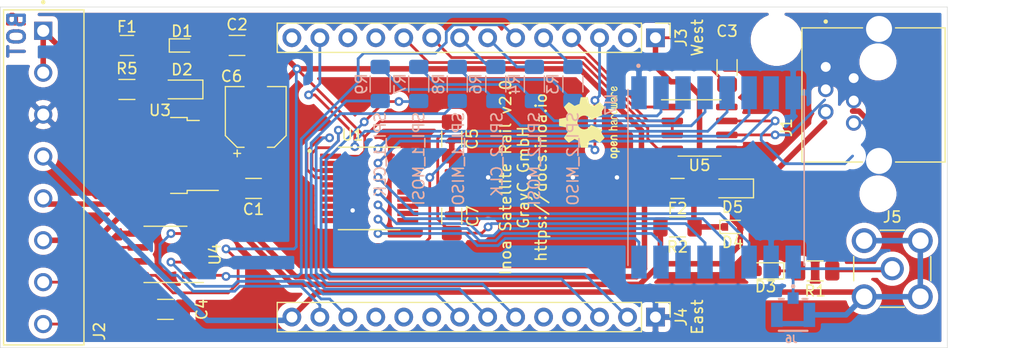
<source format=kicad_pcb>
(kicad_pcb (version 20211014) (generator pcbnew)
  (title_block (title "LoRa LMN Metering Module") (date "2021-12-14") (rev "2.0") (company "GrayC GmbH") (comment 1 "Fabian Schlegel") (comment 2 "5-24V Power Supply") (comment 3 "1x RS485, 1x LMN, 1x LoRa 868MHz") (comment 4 "LoRa LMN Metering Module for Smart Meters"))
  (layers (0 "F.Cu" signal) (31 "B.Cu" signal) (34 "B.Paste" user) (35 "F.Paste" user) (36 "B.SilkS" user "B.Silkscreen") (37 "F.SilkS" user "F.Silkscreen") (38 "B.Mask" user) (39 "F.Mask" user) (44 "Edge.Cuts" user))
  (net 0 "")
  (net 1 "GND")
  (net 2 "Net-(C1-Pad1)")
  (net 3 "Net-(D1-Pad1)")
  (net 4 "VCC")
  (net 5 "GNDPWR")
  (net 6 "RS485_0_B")
  (net 7 "RS485_0_A")
  (net 8 "RS485_0_TX")
  (net 9 "RS485_0_TXE")
  (net 10 "RS485_0_RX")
  (net 11 "Net-(J3-Pad14)")
  (net 12 "Net-(J3-Pad11)")
  (net 13 "Net-(J3-Pad8)")
  (net 14 "Net-(J3-Pad7)")
  (net 15 "Net-(J3-Pad2)")
  (net 16 "Net-(J4-Pad11)")
  (net 17 "Net-(J4-Pad9)")
  (net 18 "RS485_1_B")
  (net 19 "RS485_1_A")
  (net 20 "RS485_1_RX")
  (net 21 "RS485_1_TX")
  (net 22 "RS485_1_TXE")
  (net 23 "Net-(J3-Pad12)")
  (net 24 "Net-(J3-Pad5)")
  (net 25 "Net-(J4-Pad10)")
  (net 26 "Net-(J4-Pad5)")
  (net 27 "Net-(J4-Pad4)")
  (net 28 "I2C_SDA")
  (net 29 "I2C_SCL")
  (net 30 "Net-(J5-Pad1)")
  (net 31 "Net-(D3-Pad1)")
  (net 32 "LoRa_Reset")
  (net 33 "LoRa_CS")
  (net 34 "LoRa_DIO5")
  (net 35 "LoRa_DIO4")
  (net 36 "LoRa_DIO3")
  (net 37 "LoRa_DIO1")
  (net 38 "LoRa_DIO0")
  (net 39 "Net-(J1-Pad4)")
  (net 40 "Net-(J1-Pad5)")
  (net 41 "Net-(D4-Pad1)")
  (net 42 "GND1")
  (net 43 "+12V")
  (net 44 "VBUS")
  (net 45 "I2C_Int")
  (net 46 "+3V3")
  (net 47 "LoRa_DIO2")
  (net 48 "Net-(J4-Pad8)")
  (net 49 "Net-(J4-Pad7)")
  (net 50 "Net-(J4-Pad2)")
  (net 51 "SPI_MISO")
  (net 52 "SPI_MOSI")
  (net 53 "SPI_CLK")
  (net 54 "Net-(U1-Pad17)")
  (net 55 "Net-(U1-Pad16)")
  (net 56 "Net-(U1-Pad15)")
  (net 57 "Net-(U1-Pad14)")
  (net 58 "Net-(U1-Pad13)")
  (net 59 "Net-(U1-Pad12)")
  (net 60 "Net-(U1-Pad6)")
  (net 61 "Net-(U1-Pad5)")
  (footprint "Capacitor_SMD:C_1206_3216Metric_Pad1.33x1.80mm_HandSolder" (layer "F.Cu") (at 123 96.5)
    (fp_text reference "C1")
    (fp_text value "100nF/35V")
  )
  (footprint "Capacitor_SMD:C_1206_3216Metric_Pad1.33x1.80mm_HandSolder" (layer "F.Cu") (at 121.5 83.5 180)
    (fp_text reference "C2")
    (fp_text value "0u1")
  )
  (footprint "Capacitor_SMD:C_1206_3216Metric_Pad1.33x1.80mm_HandSolder" (layer "F.Cu") (at 166 85.5 90)
    (fp_text reference "C3")
    (fp_text value "100nF")
  )
  (footprint "Capacitor_SMD:C_1206_3216Metric_Pad1.33x1.80mm_HandSolder" (layer "F.Cu") (at 115 107.5)
    (fp_text reference "C4")
    (fp_text value "100nF")
  )
  (footprint "Fuse:Fuse_1206_3216Metric_Pad1.42x1.75mm_HandSolder" (layer "F.Cu") (at 111.5 83.5 180)
    (fp_text reference "F1")
    (fp_text value "25V/1A")
  )
  (footprint "Resistor_SMD:R_1206_3216Metric_Pad1.30x1.75mm_HandSolder" (layer "F.Cu") (at 111.5 87.5 180)
    (fp_text reference "R5")
    (fp_text value "10k")
  )
  (footprint "Package_TO_SOT_SMD:TO-252-3_TabPin2" (layer "F.Cu") (at 114.5 93.5 180)
    (fp_text reference "U3")
    (fp_text value "BA033CC0FP-E2")
  )
  (footprint "Package_SO:SOIC-8_3.9x4.9mm_P1.27mm" (layer "F.Cu") (at 115 102.5 180)
    (fp_text reference "U4")
    (fp_text value "MAX3486")
  )
  (footprint "footprints:PHOENIX_1727078" (layer "F.Cu") (at 103.9 95.5 -90)
    (fp_text reference "J2")
    (fp_text value "South")
  )
  (footprint "Diode_SMD:D_SOD-323_HandSoldering" (layer "F.Cu") (at 116.5 87.5 180)
    (fp_text reference "D2")
    (fp_text value "1N5819")
  )
  (footprint "Connector_PinHeader_2.54mm:PinHeader_1x14_P2.54mm_Vertical" (layer "F.Cu") (at 159.5 82.8 -90)
    (fp_text reference "J3")
    (fp_text value "West")
  )
  (footprint "Connector_PinHeader_2.54mm:PinHeader_1x14_P2.54mm_Vertical" (layer "F.Cu") (at 159.5 108.2 -90)
    (fp_text reference "J4")
    (fp_text value "East")
  )
  (footprint "Package_SO:SOIC-8_3.9x4.9mm_P1.27mm" (layer "F.Cu") (at 163.5 91)
    (fp_text reference "U5")
    (fp_text value "MAX3486")
  )
  (footprint "Diode_SMD:D_SOD-523" (layer "F.Cu") (at 116.5 83.5)
    (fp_text reference "D1")
    (fp_text value "25V")
  )
  (footprint "images:grayc-logo-negative" (layer "F.Cu") (at 153.5 100.5 90)
    (fp_text reference "G1" hide)
    (fp_text value "LOGO" hide)
  )
  (footprint "Capacitor_SMD:C_1206_3216Metric_Pad1.33x1.80mm_HandSolder" (layer "F.Cu") (at 141 99 90)
    (fp_text reference "C7")
    (fp_text value "100nF")
  )
  (footprint "Resistor_SMD:R_1206_3216Metric_Pad1.30x1.75mm_HandSolder" (layer "F.Cu") (at 174 104 180)
    (fp_text reference "R1")
    (fp_text value "220R")
  )
  (footprint "footprints:LINX_CONSMA002" (layer "F.Cu") (at 181 103.8 90)
    (fp_text reference "J5")
    (fp_text value "LoRa SMA")
  )
  (footprint "Capacitor_SMD:C_1206_3216Metric_Pad1.33x1.80mm_HandSolder" (layer "F.Cu") (at 141 92 -90)
    (fp_text reference "C5")
    (fp_text value "100nF")
  )
  (footprint "Diode_SMD:D_SOD-523" (layer "F.Cu") (at 166.5 100)
    (fp_text reference "D4")
    (fp_text value "13V")
  )
  (footprint "Diode_SMD:D_SOD-323_HandSoldering" (layer "F.Cu") (at 166.5 96.5 180)
    (fp_text reference "D5")
    (fp_text value "1N5819")
  )
  (footprint "Fuse:Fuse_1206_3216Metric_Pad1.42x1.75mm_HandSolder" (layer "F.Cu") (at 161.5 96.5 180)
    (fp_text reference "F2")
    (fp_text value "13V/2A")
  )
  (footprint "Resistor_SMD:R_1206_3216Metric_Pad1.30x1.75mm_HandSolder" (layer "F.Cu") (at 161.5 100 180)
    (fp_text reference "R2")
    (fp_text value "10k")
  )
  (footprint "Diode_SMD:D_0603_1608Metric_Pad1.05x0.95mm_HandSolder" (layer "F.Cu") (at 169.5 104 180)
    (fp_text reference "D3")
    (fp_text value "D_TVS")
  )
  (footprint "footprints:CUI_CRJ030-G-TH" (layer "F.Cu") (at 179.8 88 90)
    (fp_text reference "J1")
    (fp_text value "RJ12")
  )
  (footprint "MountingHole:MountingHole_3.7mm" (layer "F.Cu") (at 170.5 83)
    (fp_text reference "H1" hide)
    (fp_text value "Antenna")
  )
  (footprint "Symbol:OSHW-Logo2_7.3x6mm_SilkScreen" (layer "F.Cu") (at 153.5 90.5 90)
    (fp_text reference "G2" hide)
    (fp_text value "Logo_Open_Hardware_Small" hide)
  )
  (footprint "Capacitor_SMD:CP_Elec_5x5.3" (layer "F.Cu") (at 123.2 90 90)
    (fp_text reference "C6")
    (fp_text value "47uF")
  )
  (footprint "footprints:SOP65P780X200-20N" (layer "F.Cu") (at 133.5 96.5)
    (fp_text reference "U1")
    (fp_text value "MCP23009-E_SS")
  )
  (footprint "Resistor_SMD:R_1206_3216Metric_Pad1.30x1.75mm_HandSolder" (layer "B.Cu") (at 152 87 -90)
    (fp_text reference "R3")
    (fp_text value "0R")
  )
  (footprint "Resistor_SMD:R_1206_3216Metric_Pad1.30x1.75mm_HandSolder" (layer "B.Cu") (at 148.5 87 -90)
    (fp_text reference "R4")
    (fp_text value "0R")
  )
  (footprint "Resistor_SMD:R_1206_3216Metric_Pad1.30x1.75mm_HandSolder" (layer "B.Cu") (at 145 87 -90)
    (fp_text reference "R6")
    (fp_text value "0R")
  )
  (footprint "Resistor_SMD:R_1206_3216Metric_Pad1.30x1.75mm_HandSolder" (layer "B.Cu") (at 138 87 90)
    (fp_text reference "R7")
    (fp_text value "0R")
  )
  (footprint "Resistor_SMD:R_1206_3216Metric_Pad1.30x1.75mm_HandSolder" (layer "B.Cu") (at 134.5 87 90)
    (fp_text reference "R9")
    (fp_text value "0R")
  )
  (footprint "footprints:XCVR_RFM69HW-868S2" (layer "B.Cu") (at 165 95.5 -90)
    (fp_text reference "U7")
    (fp_text value "RFM95W-868S2")
  )
  (footprint "Resistor_SMD:R_1206_3216Metric_Pad1.30x1.75mm_HandSolder" (layer "B.Cu") (at 141.5 87 90)
    (fp_text reference "R8")
    (fp_text value "0R")
  )
  (footprint "footprints:SAMTEC_RSP-122811-01" (layer "B.Cu") (at 172 108)
    (fp_text reference "J6")
    (fp_text value "LoRa I-PEX")
  )
  (gr_line (start 100 111) (end 100 80) (layer "Edge.Cuts") (width 0.05))
  (gr_line (start 186 80) (end 186 111) (layer "Edge.Cuts") (width 0.05))
  (gr_line (start 186 111) (end 100 111) (layer "Edge.Cuts") (width 0.05))
  (gr_line (start 100 80) (end 186 80) (layer "Edge.Cuts") (width 0.05))
  (gr_text "SR-LM-020" (at 180.5 109.5) (layer "F.Cu") (effects (font (size 1 1))))
  (gr_text "TOP" (at 101.5 82.5 90) (layer "F.Cu") (effects (font (size 1.5 1.5) (thickness 0.3))))
  (gr_text "BOT" (at 101.5 82.5 90) (layer "B.Cu") (effects (font (size 1.5 1.5) (thickness 0.3)) (justify mirror)))
  (gr_text "SPI_1_CLK" (at 134.5 93.4 90) (layer "B.SilkS") (effects (font (size 1 1)) (justify mirror)))
  (gr_text "SPI_1_MISO" (at 141.6 93.8 90) (layer "B.SilkS") (effects (font (size 1 1)) (justify mirror)))
  (gr_text "SPI_2_CLK" (at 145.1 93.4 90) (layer "B.SilkS") (effects (font (size 1 1)) (justify mirror)))
  (gr_text "SPI_2_MOSI" (at 148.5 93.8 90) (layer "B.SilkS") (effects (font (size 1 1)) (justify mirror)))
  (gr_text "SPI_2_MISO" (at 152 93.8 90) (layer "B.SilkS") (effects (font (size 1 1)) (justify mirror)))
  (gr_text "SPI_1_MOSI" (at 138 93.8 90) (layer "B.SilkS") (effects (font (size 1 1)) (justify mirror)))
  (gr_text "Inoa Satellite Rail v2.0\nGrayC GmbH\nhttps://docs.inoa.io" (at 147.5 95.5 90) (layer "F.SilkS") (effects (font (size 1 1))))
  (segment (start 136.94 99.3) (end 136.95 99.31) (width 0.25) (layer "F.Cu") (net 0))
  (segment (start 137.005 93.575) (end 137.005 91.605) (width 0.25) (layer "F.Cu") (net 1))
  (segment (start 112.4 89.95) (end 109.95 87.5) (width 0.5) (layer "F.Cu") (net 1))
  (segment (start 108.72497 97.22497) (end 107.7 96.2) (width 0.5) (layer "F.Cu") (net 1))
  (segment (start 112.4 93.5) (end 112.4 89.95) (width 0.5) (layer "F.Cu") (net 1))
  (segment (start 107.7 96.2) (end 107.7 93.8) (width 0.5) (layer "F.Cu") (net 1))
  (segment (start 107.615 93.5) (end 103.9 89.785) (width 0.5) (layer "F.Cu") (net 1))
  (segment (start 112.4 93.5) (end 112.4 96.9) (width 0.5) (layer "F.Cu") (net 1))
  (segment (start 140.9875 93.575) (end 141 93.5625) (width 0.25) (layer "F.Cu") (net 1))
  (segment (start 142.3625 93.5625) (end 144.3 95.5) (width 0.25) (layer "F.Cu") (net 1))
  (segment (start 141 93.5625) (end 142.3625 93.5625) (width 0.25) (layer "F.Cu") (net 1))
  (segment (start 112.4 96.9) (end 112.07503 97.22497) (width 0.5) (layer "F.Cu") (net 1))
  (segment (start 112.07503 97.22497) (end 108.72497 97.22497) (width 0.5) (layer "F.Cu") (net 1))
  (segment (start 112.4 93.5) (end 107.615 93.5) (width 0.5) (layer "F.Cu") (net 1))
  (via (at 144.3 95.5) (size 0.8) (drill 0.4) (layers "F.Cu" "B.Cu") (net 1))
  (via (at 152 95.5) (size 0.8) (drill 0.4) (layers "F.Cu" "B.Cu") (net 1))
  (via (at 132 98.5) (size 0.8) (drill 0.4) (layers "F.Cu" "B.Cu") (net 1))
  (via (at 148 95.5) (size 0.8) (drill 0.4) (layers "F.Cu" "B.Cu") (net 1))
  (via (at 156 95.5) (size 0.8) (drill 0.4) (layers "F.Cu" "B.Cu") (net 1))
  (segment (start 118.7 95.78) (end 117.1 95.78) (width 0.5) (layer "F.Cu") (net 2))
  (segment (start 117.1 95.78) (end 116.6 95.28) (width 0.5) (layer "F.Cu") (net 2))
  (segment (start 116.6 88.65) (end 117.75 87.5) (width 0.5) (layer "F.Cu") (net 2))
  (segment (start 116.6 95.28) (end 116.6 88.65) (width 0.5) (layer "F.Cu") (net 2))
  (segment (start 119.42 96.5) (end 118.7 95.78) (width 0.5) (layer "F.Cu") (net 2))
  (segment (start 121.4375 96.5) (end 119.42 96.5) (width 0.5) (layer "F.Cu") (net 2))
  (segment (start 112.9875 87.4375) (end 113.05 87.5) (width 0.5) (layer "F.Cu") (net 3))
  (segment (start 112.9875 83.5) (end 112.9875 87.4375) (width 0.5) (layer "F.Cu") (net 3))
  (segment (start 112.9875 83.5) (end 115.8 83.5) (width 0.5) (layer "F.Cu") (net 3))
  (segment (start 113.05 87.5) (end 115.25 87.5) (width 0.5) (layer "F.Cu") (net 3))
  (segment (start 110.0125 83.5) (end 105.235 83.5) (width 0.5) (layer "F.Cu") (net 4))
  (segment (start 105.235 83.5) (end 103.9 82.165) (width 0.5) (layer "F.Cu") (net 4))
  (segment (start 103.9 82.165) (end 103.9 85.975) (width 0.5) (layer "F.Cu") (net 4))
  (segment (start 103.9 82.165) (end 103.9 82.2) (width 0.5) (layer "B.Cu") (net 4))
  (segment (start 178.02502 105.92502) (end 178.45 106.35) (width 0.5) (layer "F.Cu") (net 5))
  (segment (start 128.75498 105.92502) (end 178.02502 105.92502) (width 0.5) (layer "F.Cu") (net 5))
  (segment (start 126.48 108.2) (end 128.75498 105.92502) (width 0.5) (layer "F.Cu") (net 5))
  (segment (start 183.55 106.35) (end 178.45 106.35) (width 0.5) (layer "B.Cu") (net 5))
  (segment (start 103.9 93.595) (end 118.405 108.1) (width 0.5) (layer "B.Cu") (net 5))
  (segment (start 176.8 108) (end 178.45 106.35) (width 0.5) (layer "B.Cu") (net 5))
  (segment (start 178.3 106.5) (end 178.45 106.35) (width 0.5) (layer "B.Cu") (net 5))
  (segment (start 173.475 108.525) (end 173.2 108.8) (width 0.5) (layer "B.Cu") (net 5))
  (segment (start 173.475 108) (end 176.8 108) (width 0.5) (layer "B.Cu") (net 5))
  (segment (start 178.45 101.25) (end 183.55 101.25) (width 0.5) (layer "B.Cu") (net 5))
  (segment (start 170.8 108.8) (end 170.525 108.525) (width 0.5) (layer "B.Cu") (net 5))
  (segment (start 170.525 108.525) (end 170.525 108) (width 0.5) (layer "B.Cu") (net 5))
  (segment (start 118.805 108.5) (end 118.405 108.1) (width 0.5) (layer "B.Cu") (net 5))
  (segment (start 126.48 108.5) (end 118.805 108.5) (width 0.5) (layer "B.Cu") (net 5))
  (segment (start 173.2 108.8) (end 170.8 108.8) (width 0.5) (layer "B.Cu") (net 5))
  (segment (start 173.475 108) (end 173.475 108.525) (width 0.5) (layer "B.Cu") (net 5))
  (segment (start 183.55 101.25) (end 183.55 106.35) (width 0.5) (layer "B.Cu") (net 5))
  (segment (start 170.365 90.365) (end 170.365 90.365) (width 0.25) (layer "F.Cu") (net 6))
  (segment (start 165.975 90.365) (end 170.365 90.365) (width 0.25) (layer "F.Cu") (net 6))
  (via (at 170.365 90.365) (size 0.8) (drill 0.4) (layers "F.Cu" "B.Cu") (net 6))
  (segment (start 177.4 93.55) (end 176.696001 94.253999) (width 0.25) (layer "B.Cu") (net 6))
  (segment (start 169.1 92.1) (end 171.253999 94.253999) (width 0.25) (layer "B.Cu") (net 6))
  (segment (start 170.365 90.365) (end 169.1 91.63) (width 0.25) (layer "B.Cu") (net 6))
  (segment (start 176.696001 94.253999) (end 171.253999 94.253999) (width 0.25) (layer "B.Cu") (net 6))
  (segment (start 169.1 91.63) (end 169.1 92.1) (width 0.25) (layer "B.Cu") (net 6))
  (segment (start 170.365 91.635) (end 170.365 91.635) (width 0.25) (layer "F.Cu") (net 7))
  (segment (start 165.975 91.635) (end 170.365 91.635) (width 0.25) (layer "F.Cu") (net 7))
  (via (at 170.365 91.635) (size 0.8) (drill 0.4) (layers "F.Cu" "B.Cu") (net 7))
  (segment (start 171.675 91.635) (end 170.365 91.635) (width 0.25) (layer "B.Cu") (net 7))
  (segment (start 174.86 88.45) (end 171.675 91.635) (width 0.25) (layer "B.Cu") (net 7))
  (segment (start 136.64 82.8) (end 138.89001 85.05001) (width 0.25) (layer "F.Cu") (net 8))
  (segment (start 138.89001 85.05001) (end 152.85719 85.05001) (width 0.25) (layer "F.Cu") (net 8))
  (segment (start 158.8 92) (end 159.705 92.905) (width 0.25) (layer "F.Cu") (net 8))
  (segment (start 158.8 90.99282) (end 158.8 92) (width 0.25) (layer "F.Cu") (net 8))
  (segment (start 152.85719 85.05001) (end 158.8 90.99282) (width 0.25) (layer "F.Cu") (net 8))
  (segment (start 159.705 92.905) (end 161.025 92.905) (width 0.25) (layer "F.Cu") (net 8))
  (segment (start 158.80859 90.365) (end 153.04359 84.6) (width 0.25) (layer "F.Cu") (net 9))
  (segment (start 140.98 84.6) (end 139.18 82.8) (width 0.25) (layer "F.Cu") (net 9))
  (segment (start 153.04359 84.6) (end 140.98 84.6) (width 0.25) (layer "F.Cu") (net 9))
  (segment (start 161.025 90.365) (end 161.025 91.635) (width 0.25) (layer "F.Cu") (net 9))
  (segment (start 161.025 90.365) (end 158.80859 90.365) (width 0.25) (layer "F.Cu") (net 9))
  (segment (start 158.175 89.095) (end 161.025 89.095) (width 0.25) (layer "F.Cu") (net 10))
  (segment (start 151.88 82.8) (end 158.175 89.095) (width 0.25) (layer "F.Cu") (net 10))
  (segment (start 144.37 85.45) (end 141.72 82.8) (width 0.25) (layer "B.Cu") (net 13))
  (segment (start 145 85.45) (end 144.37 85.45) (width 0.25) (layer "B.Cu") (net 13))
  (segment (start 148.5 85.45) (end 146.91 85.45) (width 0.25) (layer "B.Cu") (net 14))
  (segment (start 146.91 85.45) (end 144.26 82.8) (width 0.25) (layer "B.Cu") (net 14))
  (segment (start 110 107) (end 110 104.1) (width 0.25) (layer "F.Cu") (net 18))
  (segment (start 103.9 108.835) (end 108.165 108.835) (width 0.25) (layer "F.Cu") (net 18))
  (segment (start 108.165 108.835) (end 110 107) (width 0.25) (layer "F.Cu") (net 18))
  (segment (start 110 104.1) (end 110.965 103.135) (width 0.25) (layer "F.Cu") (net 18))
  (segment (start 110.965 103.135) (end 112.525 103.135) (width 0.25) (layer "F.Cu") (net 18))
  (segment (start 110.535 101.865) (end 112.525 101.865) (width 0.25) (layer "F.Cu") (net 19))
  (segment (start 103.9 105.025) (end 107.375 105.025) (width 0.25) (layer "F.Cu") (net 19))
  (segment (start 107.375 105.025) (end 110.535 101.865) (width 0.25) (layer "F.Cu") (net 19))
  (segment (start 117.475 104.405) (end 120.405 104.405) (width 0.25) (layer "F.Cu") (net 20))
  (segment (start 120.405 104.405) (end 120.5 104.5) (width 0.25) (layer "F.Cu") (net 20))
  (via (at 120.5 104.5) (size 0.8) (drill 0.4) (layers "F.Cu" "B.Cu") (net 20))
  (segment (start 127.331759 91.995423) (end 127.331759 101.695421) (width 0.25) (layer "B.Cu") (net 20))
  (segment (start 140.5 82.280998) (end 140.5 83.219002) (width 0.25) (layer "B.Cu") (net 20))
  (segment (start 139.519002 84.2) (end 133 84.2) (width 0.25) (layer "B.Cu") (net 20))
  (segment (start 127.331757 104.2) (end 127.031757 104.5) (width 0.25) (layer "B.Cu") (net 20))
  (segment (start 132.5 86.82718) (end 127.331759 91.995423) (width 0.25) (layer "B.Cu") (net 20))
  (segment (start 132.5 84.7) (end 132.5 86.82718) (width 0.25) (layer "B.Cu") (net 20))
  (segment (start 133 84.2) (end 132.5 84.7) (width 0.25) (layer "B.Cu") (net 20))
  (segment (start 140.5 83.219002) (end 139.519002 84.2) (width 0.25) (layer "B.Cu") (net 20))
  (segment (start 146.8 82.8) (end 145.624999 81.624999) (width 0.25) (layer "B.Cu") (net 20))
  (segment (start 127.331759 101.695421) (end 127.331757 101.695423) (width 0.25) (layer "B.Cu") (net 20))
  (segment (start 127.031757 104.5) (end 120.5 104.5) (width 0.25) (layer "B.Cu") (net 20))
  (segment (start 145.624999 81.624999) (end 141.155999 81.624999) (width 0.25) (layer "B.Cu") (net 20))
  (segment (start 141.155999 81.624999) (end 140.5 82.280998) (width 0.25) (layer "B.Cu") (net 20))
  (segment (start 127.331757 101.695423) (end 127.331757 104.2) (width 0.25) (layer "B.Cu") (net 20))
  (segment (start 117.47 100.6) (end 117.475 100.595) (width 0.25) (layer "F.Cu") (net 21))
  (segment (start 115.5 100.6) (end 117.47 100.6) (width 0.25) (layer "F.Cu") (net 21))
  (via (at 115.5 100.6) (size 0.8) (drill 0.4) (layers "F.Cu" "B.Cu") (net 21))
  (segment (start 121.2864 105.85001) (end 117.513599 105.850009) (width 0.25) (layer "B.Cu") (net 21))
  (segment (start 121.73639 105.40002) (end 121.2864 105.85001) (width 0.25) (layer "B.Cu") (net 21))
  (segment (start 125.9 105.40002) (end 121.73639 105.40002) (width 0.25) (layer "B.Cu") (net 21))
  (segment (start 116.06359 104.4) (end 115.626998 104.4) (width 0.25) (layer "B.Cu") (net 21))
  (segment (start 115.626998 104.4) (end 114.5 103.273002) (width 0.25) (layer "B.Cu") (net 21))
  (segment (start 117.513599 105.850009) (end 116.06359 104.4) (width 0.25) (layer "B.Cu") (net 21))
  (segment (start 129.02 107.12) (end 127.30002 105.40002) (width 0.25) (layer "B.Cu") (net 21))
  (segment (start 129.02 108.2) (end 129.02 107.12) (width 0.25) (layer "B.Cu") (net 21))
  (segment (start 114.5 101.6) (end 114.5 101.8) (width 0.25) (layer "B.Cu") (net 21))
  (segment (start 115.5 100.6) (end 114.5 101.6) (width 0.25) (layer "B.Cu") (net 21))
  (segment (start 114.5 103.273002) (end 114.5 101.8) (width 0.25) (layer "B.Cu") (net 21))
  (segment (start 127.30002 105.40002) (end 125.9 105.40002) (width 0.25) (layer "B.Cu") (net 21))
  (segment (start 115.5 103.2) (end 117.41 103.2) (width 0.25) (layer "F.Cu") (net 22))
  (segment (start 117.475 101.865) (end 117.475 103.135) (width 0.25) (layer "F.Cu") (net 22))
  (segment (start 117.41 103.2) (end 117.475 103.135) (width 0.25) (layer "F.Cu") (net 22))
  (via (at 115.5 103.2) (size 0.8) (drill 0.4) (layers "F.Cu" "B.Cu") (net 22))
  (segment (start 115.5 103.2) (end 115.5 103.2) (width 0.25) (layer "B.Cu") (net 22))
  (segment (start 129.131607 106.550045) (end 127.531572 104.95001) (width 0.25) (layer "B.Cu") (net 22))
  (segment (start 121.1 105.4) (end 117.7 105.4) (width 0.25) (layer "B.Cu") (net 22))
  (segment (start 129.910046 106.550046) (end 129.131607 106.550045) (width 0.25) (layer "B.Cu") (net 22))
  (segment (start 131.56 108.2) (end 129.910046 106.550046) (width 0.25) (layer "B.Cu") (net 22))
  (segment (start 124.9 104.95001) (end 121.54999 104.95001) (width 0.25) (layer "B.Cu") (net 22))
  (segment (start 127.218157 104.95001) (end 124.9 104.95001) (width 0.25) (layer "B.Cu") (net 22))
  (segment (start 121.54999 104.95001) (end 121.1 105.4) (width 0.25) (layer "B.Cu") (net 22))
  (segment (start 127.531572 104.95001) (end 127.218157 104.95001) (width 0.25) (layer "B.Cu") (net 22))
  (segment (start 117.7 105.4) (end 115.5 103.2) (width 0.25) (layer "B.Cu") (net 22))
  (segment (start 151.99 85.45) (end 149.34 82.8) (width 0.25) (layer "B.Cu") (net 24))
  (segment (start 152 85.45) (end 151.99 85.45) (width 0.25) (layer "B.Cu") (net 24))
  (segment (start 127.84999 94.7864) (end 127.849991 93.113599) (width 0.25) (layer "F.Cu") (net 28))
  (segment (start 129.995 95.525) (end 128.58859 95.525) (width 0.25) (layer "F.Cu") (net 28))
  (segment (start 129.06359 91.9) (end 129.9 91.9) (width 0.25) (layer "F.Cu") (net 28))
  (segment (start 128.58859 95.525) (end 127.84999 94.7864) (width 0.25) (layer "F.Cu") (net 28))
  (segment (start 127.849991 93.113599) (end 129.06359 91.9) (width 0.25) (layer "F.Cu") (net 28))
  (via (at 129.9 91.9) (size 0.8) (drill 0.4) (layers "F.Cu" "B.Cu") (net 28))
  (segment (start 129.9 91.9) (end 129.9 91.9) (width 0.25) (layer "B.Cu") (net 28))
  (segment (start 146.8 108.2) (end 143.800019 105.200019) (width 0.25) (layer "B.Cu") (net 28))
  (segment (start 143.800019 105.200019) (end 129.69081 105.200018) (width 0.25) (layer "B.Cu") (net 28))
  (segment (start 129.69081 105.200018) (end 128.681786 104.190994) (width 0.25) (layer "B.Cu") (net 28))
  (segment (start 128.681786 92.554624) (end 129.33641 91.9) (width 0.25) (layer "B.Cu") (net 28))
  (segment (start 128.681786 104.190994) (end 128.681786 92.554624) (width 0.25) (layer "B.Cu") (net 28))
  (segment (start 129.33641 91.9) (end 129.9 91.9) (width 0.25) (layer "B.Cu") (net 28))
  (segment (start 128.3 94.6) (end 128.575 94.875) (width 0.25) (layer "F.Cu") (net 29))
  (segment (start 128.8 92.8) (end 128.3 93.3) (width 0.25) (layer "F.Cu") (net 29))
  (segment (start 128.575 94.875) (end 129.995 94.875) (width 0.25) (layer "F.Cu") (net 29))
  (segment (start 130.073002 92.8) (end 128.8 92.8) (width 0.25) (layer "F.Cu") (net 29))
  (segment (start 130.7 92.173002) (end 130.073002 92.8) (width 0.25) (layer "F.Cu") (net 29))
  (segment (start 130.7 91.2) (end 130.7 92.173002) (width 0.25) (layer "F.Cu") (net 29))
  (segment (start 128.3 93.3) (end 128.3 94.6) (width 0.25) (layer "F.Cu") (net 29))
  (via (at 130.7 91.2) (size 0.8) (drill 0.4) (layers "F.Cu" "B.Cu") (net 29))
  (segment (start 129.131796 104.004594) (end 129.131796 103.568204) (width 0.25) (layer "B.Cu") (net 29))
  (segment (start 129.131796 103.568204) (end 129.131796 95.2) (width 0.25) (layer "B.Cu") (net 29))
  (segment (start 154.42 108.2) (end 150.97001 104.75001) (width 0.25) (layer "B.Cu") (net 29))
  (segment (start 130.7 91.2) (end 130.7 92.173002) (width 0.25) (layer "B.Cu") (net 29))
  (segment (start 150.97001 104.75001) (end 129.877211 104.750009) (width 0.25) (layer "B.Cu") (net 29))
  (segment (start 129.877211 104.750009) (end 129.131796 104.004594) (width 0.25) (layer "B.Cu") (net 29))
  (segment (start 129.131796 93.741206) (end 129.131796 95.2) (width 0.25) (layer "B.Cu") (net 29))
  (segment (start 130.7 92.173002) (end 129.131796 93.741206) (width 0.25) (layer "B.Cu") (net 29))
  (segment (start 180.8 104) (end 181 103.8) (width 0.25) (layer "F.Cu") (net 30))
  (segment (start 175.55 104) (end 180.8 104) (width 0.25) (layer "F.Cu") (net 30))
  (segment (start 172.6 103.8) (end 172 103.2) (width 0.25) (layer "B.Cu") (net 30))
  (segment (start 172 103.2) (end 172 106.475) (width 0.25) (layer "B.Cu") (net 30))
  (segment (start 181 103.8) (end 172.6 103.8) (width 0.25) (layer "B.Cu") (net 30))
  (segment (start 170.375 104) (end 172.45 104) (width 0.25) (layer "F.Cu") (net 31))
  (via (at 134.3 92.9) (size 0.8) (drill 0.4) (layers "F.Cu" "B.Cu") (net 32))
  (segment (start 134.3 92.9) (end 135.44997 91.75003) (width 0.25) (layer "B.Cu") (net 32))
  (segment (start 168 89.8) (end 168 87.8) (width 0.25) (layer "B.Cu") (net 32))
  (segment (start 166.04997 91.75003) (end 168 89.8) (width 0.25) (layer "B.Cu") (net 32))
  (segment (start 135.44997 91.75003) (end 166.04997 91.75003) (width 0.25) (layer "B.Cu") (net 32))
  (segment (start 128 88) (end 128.573002 88) (width 0.25) (layer "F.Cu") (net 33))
  (segment (start 132.2 92.2) (end 132.2 92.7) (width 0.25) (layer "F.Cu") (net 33))
  (segment (start 132.2 91.626998) (end 132.2 92.2) (width 0.25) (layer "F.Cu") (net 33))
  (segment (start 128.573002 88) (end 132.2 91.626998) (width 0.25) (layer "F.Cu") (net 33))
  (via (at 128 88) (size 0.8) (drill 0.4) (layers "F.Cu" "B.Cu") (net 33))
  (via (at 132.2 92.7) (size 0.8) (drill 0.4) (layers "F.Cu" "B.Cu") (net 33))
  (segment (start 133.09998 91.30002) (end 132.2 92.2) (width 0.25) (layer "B.Cu") (net 33))
  (segment (start 164.24998 91.30002) (end 166 89.55) (width 0.25) (layer "B.Cu") (net 33))
  (segment (start 166 89.55) (end 166 87.8) (width 0.25) (layer "B.Cu") (net 33))
  (segment (start 132.2 92.7) (end 132.2 92.2) (width 0.25) (layer "B.Cu") (net 33))
  (segment (start 129.02 86.98) (end 128 88) (width 0.25) (layer "B.Cu") (net 33))
  (segment (start 164.24998 91.30002) (end 133.09998 91.30002) (width 0.25) (layer "B.Cu") (net 33))
  (segment (start 129.02 82.8) (end 129.02 86.98) (width 0.25) (layer "B.Cu") (net 33))
  (via (at 134.3 94.2) (size 0.8) (drill 0.4) (layers "F.Cu" "B.Cu") (net 34))
  (segment (start 167.34996 92.20004) (end 170 89.55) (width 0.25) (layer "B.Cu") (net 34))
  (segment (start 170 89.55) (end 170 87.8) (width 0.25) (layer "B.Cu") (net 34))
  (segment (start 134.3 94.2) (end 136.29996 92.20004) (width 0.25) (layer "B.Cu") (net 34))
  (segment (start 136.29996 92.20004) (end 167.34996 92.20004) (width 0.25) (layer "B.Cu") (net 34))
  (via (at 134.3 96.8) (size 0.8) (drill 0.4) (layers "F.Cu" "B.Cu") (net 35))
  (segment (start 166 101.45) (end 166 103.2) (width 0.25) (layer "B.Cu") (net 35))
  (segment (start 134.3 96.8) (end 136.74997 99.24997) (width 0.25) (layer "B.Cu") (net 35))
  (segment (start 136.74997 99.24997) (end 163.79997 99.24997) (width 0.25) (layer "B.Cu") (net 35))
  (segment (start 163.79997 99.24997) (end 166 101.45) (width 0.25) (layer "B.Cu") (net 35))
  (via (at 134.3 95.5) (size 0.8) (drill 0.4) (layers "F.Cu" "B.Cu") (net 36))
  (segment (start 168 101.45) (end 168 103.2) (width 0.25) (layer "B.Cu") (net 36))
  (segment (start 137.59996 98.79996) (end 165.34996 98.79996) (width 0.25) (layer "B.Cu") (net 36))
  (segment (start 134.3 95.5) (end 137.59996 98.79996) (width 0.25) (layer "B.Cu") (net 36))
  (segment (start 165.34996 98.79996) (end 168 101.45) (width 0.25) (layer "B.Cu") (net 36))
  (via (at 134.3 99.3) (size 0.8) (drill 0.4) (layers "F.Cu" "B.Cu") (net 37))
  (segment (start 144.986401 101.250009) (end 145.63641 100.6) (width 0.25) (layer "B.Cu") (net 37))
  (segment (start 160 101.45) (end 160 103.2) (width 0.25) (layer "B.Cu") (net 37))
  (segment (start 159.15 100.6) (end 160 101.45) (width 0.25) (layer "B.Cu") (net 37))
  (segment (start 134.3 99.3) (end 135.14999 100.14999) (width 0.25) (layer "B.Cu") (net 37))
  (segment (start 135.14999 100.14999) (end 142.41358 100.14999) (width 0.25) (layer "B.Cu") (net 37))
  (segment (start 145.63641 100.6) (end 159.15 100.6) (width 0.25) (layer "B.Cu") (net 37))
  (segment (start 143.5136 101.25001) (end 144.986401 101.250009) (width 0.25) (layer "B.Cu") (net 37))
  (segment (start 142.41358 100.14999) (end 143.5136 101.25001) (width 0.25) (layer "B.Cu") (net 37))
  (via (at 134.3 98) (size 0.8) (drill 0.4) (layers "F.Cu" "B.Cu") (net 38))
  (segment (start 134.3 98) (end 135.99998 99.69998) (width 0.25) (layer "B.Cu") (net 38))
  (segment (start 144.8 100.8) (end 145.45001 100.14999) (width 0.25) (layer "B.Cu") (net 38))
  (segment (start 143.7 100.8) (end 144.8 100.8) (width 0.25) (layer "B.Cu") (net 38))
  (segment (start 162 101.45) (end 162 103.2) (width 0.25) (layer "B.Cu") (net 38))
  (segment (start 145.45001 100.14999) (end 160.69999 100.14999) (width 0.25) (layer "B.Cu") (net 38))
  (segment (start 135.99998 99.69998) (end 142.59998 99.69998) (width 0.25) (layer "B.Cu") (net 38))
  (segment (start 160.69999 100.14999) (end 162 101.45) (width 0.25) (layer "B.Cu") (net 38))
  (segment (start 142.59998 99.69998) (end 143.7 100.8) (width 0.25) (layer "B.Cu") (net 38))
  (segment (start 162.9875 96.5) (end 165.25 96.5) (width 0.5) (layer "F.Cu") (net 41))
  (segment (start 162.9875 99.9375) (end 163.05 100) (width 0.5) (layer "F.Cu") (net 41))
  (segment (start 163.05 100) (end 165.8 100) (width 0.5) (layer "F.Cu") (net 41))
  (segment (start 162.9875 96.5) (end 162.9875 99.9375) (width 0.5) (layer "F.Cu") (net 41))
  (segment (start 119.938176 98.62499) (end 121.674992 100.361806) (width 0.5) (layer "F.Cu") (net 42))
  (segment (start 121.674992 100.361806) (end 121.674992 100.364955) (width 0.5) (layer "F.Cu") (net 42))
  (segment (start 103.9 101.215) (end 108.685 101.215) (width 0.5) (layer "F.Cu") (net 42))
  (segment (start 165.45 103.35) (end 167.2 101.6) (width 0.5) (layer "F.Cu") (net 42))
  (segment (start 166.5 95.939998) (end 167.439998 95) (width 0.5) (layer "F.Cu") (net 42))
  (segment (start 111.27501 98.62499) (end 119.938176 98.62499) (width 0.5) (layer "F.Cu") (net 42))
  (segment (start 126.535046 105.225008) (end 127.274988 105.225008) (width 0.5) (layer "F.Cu") (net 42))
  (segment (start 158.07499 105.22501) (end 159.95 103.35) (width 0.5) (layer "F.Cu") (net 42))
  (segment (start 159.95 103.35) (end 165.45 103.35) (width 0.5) (layer "F.Cu") (net 42))
  (segment (start 159.95 103.35) (end 159.95 100) (width 0.5) (layer "F.Cu") (net 42))
  (segment (start 108.685 101.215) (end 111.27501 98.62499) (width 0.5) (layer "F.Cu") (net 42))
  (segment (start 174.86 90.49) (end 170.35 95) (width 0.5) (layer "F.Cu") (net 42))
  (segment (start 167.2 101.6) (end 167.2 100) (width 0.5) (layer "F.Cu") (net 42))
  (segment (start 166.5 99.3) (end 166.5 95.939998) (width 0.5) (layer "F.Cu") (net 42))
  (segment (start 170.35 95) (end 167.439998 95) (width 0.5) (layer "F.Cu") (net 42))
  (segment (start 127.274988 105.225008) (end 127.27499 105.22501) (width 0.5) (layer "F.Cu") (net 42))
  (segment (start 167.2 100) (end 166.5 99.3) (width 0.5) (layer "F.Cu") (net 42))
  (segment (start 127.27499 105.22501) (end 158.07499 105.22501) (width 0.5) (layer "F.Cu") (net 42))
  (segment (start 121.674992 100.364955) (end 126.535046 105.225008) (width 0.5) (layer "F.Cu") (net 42))
  (segment (start 167.75 96.5) (end 176.8 96.5) (width 0.5) (layer "F.Cu") (net 43))
  (segment (start 179 94.3) (end 179 90.5) (width 0.5) (layer "F.Cu") (net 43))
  (segment (start 176.8 96.5) (end 179 94.3) (width 0.5) (layer "F.Cu") (net 43))
  (segment (start 179 90.5) (end 177.97 89.47) (width 0.5) (layer "F.Cu") (net 43))
  (segment (start 177.97 89.47) (end 177.4 89.47) (width 0.5) (layer "F.Cu") (net 43))
  (segment (start 120.228129 97.92498) (end 122.375002 100.071853) (width 0.5) (layer "F.Cu") (net 44))
  (segment (start 103.9 97.405) (end 104.41998 97.92498) (width 0.5) (layer "F.Cu") (net 44))
  (segment (start 122.375002 100.075002) (end 126.825 104.525) (width 0.5) (layer "F.Cu") (net 44))
  (segment (start 158.5 103.810038) (end 158.5 98.0125) (width 0.5) (layer "F.Cu") (net 44))
  (segment (start 126.825 104.525) (end 157.785038 104.525) (width 0.5) (layer "F.Cu") (net 44))
  (segment (start 158.5 98.0125) (end 160.0125 96.5) (width 0.5) (layer "F.Cu") (net 44))
  (segment (start 157.785038 104.525) (end 158.5 103.810038) (width 0.5) (layer "F.Cu") (net 44))
  (segment (start 104.41998 97.92498) (end 120.228129 97.92498) (width 0.5) (layer "F.Cu") (net 44))
  (segment (start 122.375002 100.071853) (end 122.375002 100.075002) (width 0.5) (layer "F.Cu") (net 44))
  (segment (start 131 101.6) (end 138.4 101.6) (width 0.25) (layer "F.Cu") (net 45))
  (segment (start 138.4 101.6) (end 139 101) (width 0.25) (layer "F.Cu") (net 45))
  (segment (start 139 101) (end 139 95.5) (width 0.25) (layer "F.Cu") (net 45))
  (segment (start 154 88.5) (end 154 93) (width 0.25) (layer "F.Cu") (net 45))
  (via (at 154 88.5) (size 0.8) (drill 0.4) (layers "F.Cu" "B.Cu") (net 45))
  (via (at 139 95.5) (size 0.8) (drill 0.4) (layers "F.Cu" "B.Cu") (net 45))
  (via (at 154 93) (size 0.8) (drill 0.4) (layers "F.Cu" "B.Cu") (net 45))
  (segment (start 154.42 82.8) (end 154.42 88.08) (width 0.25) (layer "B.Cu") (net 45))
  (segment (start 139 95.5) (end 141.84995 92.65005) (width 0.25) (layer "B.Cu") (net 45))
  (segment (start 153.65005 92.65005) (end 154 93) (width 0.25) (layer "B.Cu") (net 45))
  (segment (start 141.84995 92.65005) (end 153.65005 92.65005) (width 0.25) (layer "B.Cu") (net 45))
  (segment (start 154.42 88.08) (end 154 88.5) (width 0.25) (layer "B.Cu") (net 45))
  (segment (start 121.6 105.1) (end 121.6 103.1) (width 0.25) (layer "F.Cu") (net 46))
  (segment (start 152.619014 85.62502) (end 158.22499 91.230996) (width 0.5) (layer "F.Cu") (net 46))
  (segment (start 131.5 90.18754) (end 131.5 90.2) (width 0.25) (layer "F.Cu") (net 46))
  (segment (start 166 87.0625) (end 166 89.07) (width 0.25) (layer "F.Cu") (net 46))
  (segment (start 140.4825 90.42) (end 140.5 90.4375) (width 0.25) (layer "F.Cu") (net 46))
  (segment (start 126.93748 85.62502) (end 131.5 90.18754) (width 0.25) (layer "F.Cu") (net 46))
  (segment (start 158.22499 93.72499) (end 158.9 94.4) (width 0.5) (layer "F.Cu") (net 46))
  (segment (start 141 90.7) (end 139.725001 91.974999) (width 0.25) (layer "F.Cu") (net 46))
  (segment (start 162.8 94.4) (end 163.5 93.7) (width 0.5) (layer "F.Cu") (net 46))
  (segment (start 126.93748 85.62502) (end 125.3 87.2625) (width 0.5) (layer "F.Cu") (net 46))
  (segment (start 123.2 92.2) (end 119.68 92.2) (width 0.5) (layer "F.Cu") (net 46))
  (segment (start 163.5 88) (end 162.3 86.8) (width 0.5) (layer "F.Cu") (net 46))
  (segment (start 131.5 90.2) (end 133.1 91.8) (width 0.25) (layer "F.Cu") (net 46))
  (segment (start 113.4375 105.8375) (end 113.4375 107.5) (width 0.25) (layer "F.Cu") (net 46))
  (segment (start 112.525 104.405) (end 112.525 104.925) (width 0.25) (layer "F.Cu") (net 46))
  (segment (start 123.0625 83.5) (end 124.81246 83.5) (width 0.5) (layer "F.Cu") (net 46))
  (segment (start 140.5 100.5625) (end 143.7375 100.5625) (width 0.25) (layer "F.Cu") (net 46))
  (segment (start 132.625 93.575) (end 133.1 93.1) (width 0.25) (layer "F.Cu") (net 46))
  (segment (start 133.1 91.8) (end 134.4 90.5) (width 0.25) (layer "F.Cu") (net 46))
  (segment (start 124.81246 83.5) (end 126.93748 85.62502) (width 0.5) (layer "F.Cu") (net 46))
  (segment (start 162.3 86.8) (end 160.9 86.8) (width 0.5) (layer "F.Cu") (net 46))
  (segment (start 166 89.07) (end 165.975 89.095) (width 0.25) (layer "F.Cu") (net 46))
  (segment (start 141 90.4375) (end 141 90.7) (width 0.25) (layer "F.Cu") (net 46))
  (segment (start 143.7375 100.5625) (end 144.3 100) (width 0.25) (layer "F.Cu") (net 46))
  (segment (start 125.3 90.1) (end 123.2 92.2) (width 0.5) (layer "F.Cu") (net 46))
  (segment (start 114.105 104.405) (end 115.7 106) (width 0.25) (layer "F.Cu") (net 46))
  (segment (start 133.1 91.8) (end 133.1 93.1) (width 0.25) (layer "F.Cu") (net 46))
  (segment (start 159.5 82.8) (end 161.7375 82.8) (width 0.25) (layer "F.Cu") (net 46))
  (segment (start 119.68 92.2) (end 118.7 91.22) (width 0.5) (layer "F.Cu") (net 46))
  (segment (start 129.995 93.575) (end 132.625 93.575) (width 0.25) (layer "F.Cu") (net 46))
  (segment (start 139.725001 91.974999) (end 139.725001 99.287501) (width 0.25) (layer "F.Cu") (net 46))
  (segment (start 139.725001 99.287501) (end 141 100.5625) (width 0.25) (layer "F.Cu") (net 46))
  (segment (start 115.7 106) (end 120.7 106) (width 0.25) (layer "F.Cu") (net 46))
  (segment (start 159.5 85.4) (end 159.5 82.8) (width 0.5) (layer "F.Cu") (net 46))
  (segment (start 163.5 93.7) (end 163.5 88) (width 0.5) (layer "F.Cu") (net 46))
  (segment (start 158.22499 91.230996) (end 158.22499 93.72499) (width 0.5) (layer "F.Cu") (net 46))
  (segment (start 158.9 94.4) (end 162.8 94.4) (width 0.5) (layer "F.Cu") (net 46))
  (segment (start 126.93748 85.62502) (end 152.619014 85.62502) (width 0.5) (layer "F.Cu") (net 46))
  (segment (start 125.3 87.2625) (end 125.3 90.1) (width 0.5) (layer "F.Cu") (net 46))
  (segment (start 121.6 103.1) (end 120.5 102) (width 0.25) (layer "F.Cu") (net 46))
  (segment (start 126.93748 85.62502) (end 126.93748 85.62502) (width 0.5) (layer "F.Cu") (net 46))
  (segment (start 112.525 104.925) (end 113.4375 105.8375) (width 0.25) (layer "F.Cu") (net 46))
  (segment (start 160.9 86.8) (end 159.5 85.4) (width 0.5) (layer "F.Cu") (net 46))
  (segment (start 134.4625 90.4375) (end 134.4 90.5) (width 0.25) (layer "F.Cu") (net 46))
  (segment (start 120.7 106) (end 121.6 105.1) (width 0.25) (layer "F.Cu") (net 46))
  (segment (start 161.7375 82.8) (end 166 87.0625) (width 0.25) (layer "F.Cu") (net 46))
  (segment (start 141 90.4375) (end 134.4625 90.4375) (width 0.25) (layer "F.Cu") (net 46))
  (segment (start 112.525 104.405) (end 114.105 104.405) (width 0.25) (layer "F.Cu") (net 46))
  (via (at 144.3 100) (size 0.8) (drill 0.4) (layers "F.Cu" "B.Cu") (net 46))
  (via (at 126.93748 85.62502) (size 0.8) (drill 0.4) (layers "F.Cu" "B.Cu") (net 46))
  (via (at 120.5 102) (size 0.8) (drill 0.4) (layers "F.Cu" "B.Cu") (net 46))
  (segment (start 126.681747 102) (end 126.881749 101.799998) (width 0.25) (layer "B.Cu") (net 46))
  (segment (start 126.881749 101.799998) (end 126.881749 85.680751) (width 0.25) (layer "B.Cu") (net 46))
  (segment (start 144.3 100) (end 144.60002 99.69998) (width 0.25) (layer "B.Cu") (net 46))
  (segment (start 120.5 102) (end 126.681747 102) (width 0.25) (layer "B.Cu") (net 46))
  (segment (start 144.60002 99.69998) (end 162.24998 99.69998) (width 0.25) (layer "B.Cu") (net 46))
  (segment (start 126.881749 85.680751) (end 126.93748 85.62502) (width 0.25) (layer "B.Cu") (net 46))
  (segment (start 162.24998 99.69998) (end 164 101.45) (width 0.25) (layer "B.Cu") (net 46))
  (segment (start 164 101.45) (end 164 103.2) (width 0.25) (layer "B.Cu") (net 46))
  (via (at 134.3 100.6) (size 0.8) (drill 0.4) (layers "F.Cu" "B.Cu") (net 47))
  (segment (start 134.3 100.6) (end 142.22718 100.6) (width 0.25) (layer "B.Cu") (net 47))
  (segment (start 143.327201 101.700019) (end 145.199981 101.700019) (width 0.25) (layer "B.Cu") (net 47))
  (segment (start 145.84999 101.05001) (end 157.65001 101.05001) (width 0.25) (layer "B.Cu") (net 47))
  (segment (start 158 101.4) (end 158 103.2) (width 0.25) (layer "B.Cu") (net 47))
  (segment (start 157.65001 101.05001) (end 158 101.4) (width 0.25) (layer "B.Cu") (net 47))
  (segment (start 142.22718 100.6) (end 143.327201 101.700019) (width 0.25) (layer "B.Cu") (net 47))
  (segment (start 145.199981 101.700019) (end 145.84999 101.05001) (width 0.25) (layer "B.Cu") (net 47))
  (segment (start 127.781767 92.181823) (end 128.031795 91.931795) (width 0.25) (layer "B.Cu") (net 48))
  (segment (start 131.41359 88.55) (end 134.5 88.55) (width 0.25) (layer "B.Cu") (net 48))
  (segment (start 127.781767 104.563795) (end 127.781767 92.181823) (width 0.25) (layer "B.Cu") (net 48))
  (segment (start 127.781768 92.181822) (end 128.031795 91.931795) (width 0.25) (layer "B.Cu") (net 48))
  (segment (start 128.031795 91.931795) (end 131.41359 88.55) (width 0.25) (layer "B.Cu") (net 48))
  (segment (start 139.620037 106.100037) (end 129.318008 106.100036) (width 0.25) (layer "B.Cu") (net 48))
  (segment (start 129.318008 106.100036) (end 127.781767 104.563795) (width 0.25) (layer "B.Cu") (net 48))
  (segment (start 141.72 108.2) (end 139.620037 106.100037) (width 0.25) (layer "B.Cu") (net 48))
  (segment (start 128.231777 92.368223) (end 130.9 89.7) (width 0.25) (layer "B.Cu") (net 49))
  (segment (start 140.35 89.7) (end 141.5 88.55) (width 0.25) (layer "B.Cu") (net 49))
  (segment (start 128.231777 102.068223) (end 128.231777 101.868223) (width 0.25) (layer "B.Cu") (net 49))
  (segment (start 141.710029 105.650029) (end 129.504409 105.650027) (width 0.25) (layer "B.Cu") (net 49))
  (segment (start 130.9 89.7) (end 140.35 89.7) (width 0.25) (layer "B.Cu") (net 49))
  (segment (start 129.504409 105.650027) (end 128.231777 104.377395) (width 0.25) (layer "B.Cu") (net 49))
  (segment (start 128.231777 104.377395) (end 128.231777 102.068223) (width 0.25) (layer "B.Cu") (net 49))
  (segment (start 144.26 108.2) (end 143.99077 108.2) (width 0.25) (layer "B.Cu") (net 49))
  (segment (start 128.231777 102.068223) (end 128.231777 92.368223) (width 0.25) (layer "B.Cu") (net 49))
  (segment (start 144.26 108.2) (end 141.710029 105.650029) (width 0.25) (layer "B.Cu") (net 49))
  (segment (start 128.231777 104.377395) (end 128.231776 104.377394) (width 0.25) (layer "B.Cu") (net 49))
  (segment (start 134.9 88.6) (end 133.05 90.45) (width 0.25) (layer "F.Cu") (net 50))
  (segment (start 134.9 88.6) (end 136.2 88.6) (width 0.25) (layer "F.Cu") (net 50))
  (via (at 133.05 90.45) (size 0.8) (drill 0.4) (layers "F.Cu" "B.Cu") (net 50))
  (via (at 136.2 88.6) (size 0.8) (drill 0.4) (layers "F.Cu" "B.Cu") (net 50))
  (segment (start 156.96 108.2) (end 153.06 104.3) (width 0.25) (layer "B.Cu") (net 50))
  (segment (start 136.2 88.6) (end 137.95 88.6) (width 0.25) (layer "B.Cu") (net 50))
  (segment (start 137.95 88.6) (end 138 88.55) (width 0.25) (layer "B.Cu") (net 50))
  (segment (start 130.063612 104.3) (end 129.581806 103.818194) (width 0.25) (layer "B.Cu") (net 50))
  (segment (start 133.05 90.459412) (end 133.05 90.45) (width 0.25) (layer "B.Cu") (net 50))
  (segment (start 129.581806 93.927606) (end 133.05 90.459412) (width 0.25) (layer "B.Cu") (net 50))
  (segment (start 153.06 104.3) (end 130.063612 104.3) (width 0.25) (layer "B.Cu") (net 50))
  (segment (start 129.581806 103.818194) (end 129.581806 93.927606) (width 0.25) (layer "B.Cu") (net 50))
  (segment (start 153.35 89.9) (end 159.65 89.9) (width 0.25) (layer "B.Cu") (net 51))
  (segment (start 152 88.55) (end 153.35 89.9) (width 0.25) (layer "B.Cu") (net 51))
  (segment (start 159.65 89.9) (end 160 89.55) (width 0.25) (layer "B.Cu") (net 51))
  (segment (start 141.5 85.45) (end 142.65 86.6) (width 0.25) (layer "B.Cu") (net 51))
  (segment (start 142.65 86.6) (end 150.05 86.6) (width 0.25) (layer "B.Cu") (net 51))
  (segment (start 150.05 86.6) (end 152 88.55) (width 0.25) (layer "B.Cu") (net 51))
  (segment (start 160 89.55) (end 160 87.8) (width 0.25) (layer "B.Cu") (net 51))
  (segment (start 139.60001 87.05001) (end 147.00001 87.05001) (width 0.25) (layer "B.Cu") (net 52))
  (segment (start 147.00001 87.05001) (end 148.5 88.55) (width 0.25) (layer "B.Cu") (net 52))
  (segment (start 138 85.45) (end 139.60001 87.05001) (width 0.25) (layer "B.Cu") (net 52))
  (segment (start 162 89.55) (end 162 87.8) (width 0.25) (layer "B.Cu") (net 52))
  (segment (start 161.19999 90.35001) (end 162 89.55) (width 0.25) (layer "B.Cu") (net 52))
  (segment (start 148.5 88.55) (end 150.30001 90.35001) (width 0.25) (layer "B.Cu") (net 52))
  (segment (start 150.30001 90.35001) (end 161.19999 90.35001) (width 0.25) (layer "B.Cu") (net 52))
  (segment (start 143.95002 87.50002) (end 145 88.55) (width 0.25) (layer "B.Cu") (net 53))
  (segment (start 164 89.55) (end 164 87.8) (width 0.25) (layer "B.Cu") (net 53))
  (segment (start 162.74998 90.80002) (end 164 89.55) (width 0.25) (layer "B.Cu") (net 53))
  (segment (start 147.25002 90.80002) (end 162.74998 90.80002) (width 0.25) (layer "B.Cu") (net 53))
  (segment (start 134.5 85.45) (end 136.55002 87.50002) (width 0.25) (layer "B.Cu") (net 53))
  (segment (start 145 88.55) (end 147.25002 90.80002) (width 0.25) (layer "B.Cu") (net 53))
  (segment (start 136.55002 87.50002) (end 143.95002 87.50002) (width 0.25) (layer "B.Cu") (net 53))
  (segment (start 136.91 98) (end 136.95 98.04) (width 0.25) (layer "F.Cu") (net 58))
  (zone (net 1) (net_name "GND") (layer "F.Cu") (connect_pads (clearance 0.508)) (min_thickness 0.254) (fill yes (thermal_gap 0.508) (thermal_bridge_width 0.508))
    (polygon (pts (xy 186 111) (xy 100 111) (xy 100 80) (xy 186 80)))
  )
  (zone (net 1) (net_name "GND") (layer "B.Cu") (connect_pads (clearance 0.508)) (min_thickness 0.254) (fill yes (thermal_gap 0.508) (thermal_bridge_width 0.508))
    (polygon (pts (xy 186 111) (xy 100 111) (xy 100 80) (xy 186 80)))
  )
)
</source>
